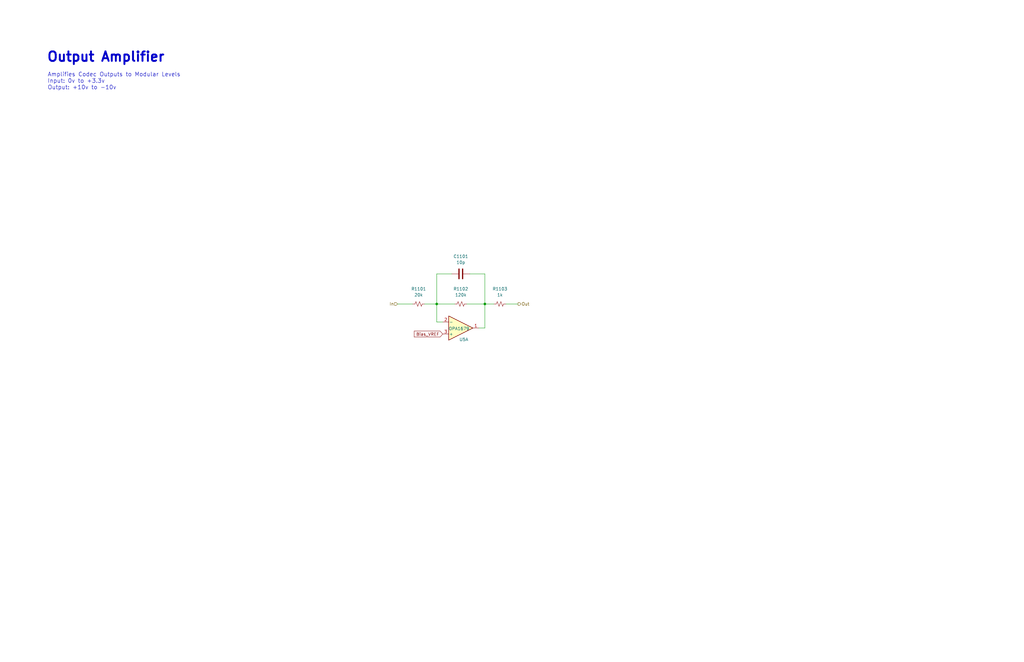
<source format=kicad_sch>
(kicad_sch (version 20231120) (generator "eeschema") (generator_version "8.0")
  (paper "USLedger")
  (title_block (company "Decapod Devices"))
  (lib_symbols
    (symbol "Decapod_Devices:R_Small_US" (pin_numbers hide) (pin_names (offset 0.254) hide)
      (property "Reference" "R" (at 0.762 0.508 0))
      (property "Value" "R_Small_US" (at 0.762 -1.016 0))
      (symbol "R_Small_US_1_1"
        (polyline (pts (xy 0 0) (xy 1.016 -0.381) (xy 0 -0.762) (xy -1.016 -1.143) (xy 0 -1.524)))
        (polyline (pts (xy 0 1.524) (xy 1.016 1.143) (xy 0 0.762) (xy -1.016 0.381) (xy 0 0)))
        (pin passive line (at 0 2.54 270) (length 1.016) (name "~") (number "1"))
        (pin passive line (at 0 -2.54 90) (length 1.016) (name "~") (number "2"))
      )
    )
    (symbol "Decapod_Devices:TL074" (pin_names (offset 0.127))
      (property "Reference" "U" (at 7.62 3.81 0))
      (property "Value" "TL074" (at -1.778 0 0))
      (symbol "TL074_1_1"
        (polyline (pts (xy -3.81 -5.08) (xy 6.35 0) (xy -3.81 5.08) (xy -3.81 -5.08)) (stroke (width 0.254)) (fill (type background)))
        (pin output line (at 8.89 0 180) (length 2.54) (name "~") (number "1"))
        (pin input line (at -6.35 2.54 0) (length 2.54) (name "-") (number "2"))
        (pin input line (at -6.35 -2.54 0) (length 2.54) (name "+") (number "3"))
      )
      (symbol "TL074_2_1"
        (polyline (pts (xy -3.81 -5.08) (xy 6.35 0) (xy -3.81 5.08) (xy -3.81 -5.08)) (stroke (width 0.254)) (fill (type background)))
        (pin input line (at -6.35 -2.54 0) (length 2.54) (name "+") (number "5"))
        (pin input line (at -6.35 2.54 0) (length 2.54) (name "-") (number "6"))
        (pin output line (at 8.89 0 180) (length 2.54) (name "~") (number "7"))
      )
      (symbol "TL074_3_1"
        (polyline (pts (xy -3.81 -5.08) (xy 6.35 0) (xy -3.81 5.08) (xy -3.81 -5.08)) (stroke (width 0.254)) (fill (type background)))
        (pin input line (at -6.35 -2.54 0) (length 2.54) (name "+") (number "10"))
        (pin output line (at 8.89 0 180) (length 2.54) (name "~") (number "8"))
        (pin input line (at -6.35 2.54 0) (length 2.54) (name "-") (number "9"))
      )
      (symbol "TL074_4_1"
        (polyline (pts (xy -3.81 -5.08) (xy 6.35 0) (xy -3.81 5.08) (xy -3.81 -5.08)) (stroke (width 0.254)) (fill (type background)))
        (pin input line (at -6.35 -2.54 0) (length 2.54) (name "+") (number "12"))
        (pin input line (at -6.35 2.54 0) (length 2.54) (name "-") (number "13"))
        (pin output line (at 8.89 0 180) (length 2.54) (name "~") (number "14"))
      )
      (symbol "TL074_5_1"
        (polyline (pts (xy -2.54 5.08) (xy 7.62 0) (xy -2.54 -5.08) (xy -2.54 5.08)) (stroke (width 0.254)) (fill (type background)))
        (pin power_in line (at 0 -7.62 90) (length 3.81) (name "V-") (number "11"))
        (pin power_in line (at 0 7.62 270) (length 3.81) (name "V+") (number "4"))
      )
    )
    (symbol "Device:C" (pin_numbers hide) (pin_names (offset 0.254))
      (property "Reference" "C" (at 0.635 2.54 0))
      (property "Value" "C" (at 0.635 -2.54 0))
      (symbol "C_0_1"
        (polyline (pts (xy -2.032 -0.762) (xy 2.032 -0.762)) (stroke (width 0.508)))
        (polyline (pts (xy -2.032 0.762) (xy 2.032 0.762)) (stroke (width 0.508)))
      )
      (symbol "C_1_1"
        (pin passive line (at 0 3.81 270) (length 2.794) (name "~") (number "1"))
        (pin passive line (at 0 -3.81 90) (length 2.794) (name "~") (number "2"))
      )
    )
  )
  (junction (at 204.47 128.27))
  (junction (at 184.15 128.27))
  (wire (pts (xy 204.47 115.57) (xy 198.12 115.57)))
  (wire (pts (xy 204.47 128.27) (xy 208.28 128.27)))
  (wire (pts (xy 204.47 138.43) (xy 204.47 128.27)))
  (wire (pts (xy 184.15 135.89) (xy 186.69 135.89)))
  (wire (pts (xy 184.15 115.57) (xy 184.15 128.27)))
  (wire (pts (xy 204.47 128.27) (xy 196.85 128.27)))
  (wire (pts (xy 179.07 128.27) (xy 184.15 128.27)))
  (wire (pts (xy 167.64 128.27) (xy 173.99 128.27)))
  (wire (pts (xy 204.47 128.27) (xy 204.47 115.57)))
  (wire (pts (xy 190.5 115.57) (xy 184.15 115.57)))
  (wire (pts (xy 184.15 128.27) (xy 191.77 128.27)))
  (wire (pts (xy 213.36 128.27) (xy 218.44 128.27)))
  (wire (pts (xy 184.15 128.27) (xy 184.15 135.89)))
  (wire (pts (xy 201.93 138.43) (xy 204.47 138.43)))
  (text "Amplifies Codec Outputs to Modular Levels\nInput: 0v to +3.3v\nOutput: +10v to -10v" (at 20.066 34.29 0) (effects (font (size 1.7 1.7)) (justify left)))
  (text "Output Amplifier" (at 19.558 24.13 0) (effects (font (size 4 4) (thickness 0.8) (bold yes)) (justify left)))
  (global_label "Bias_VREF" (shape input) (at 186.69 140.97 180) (property "Intersheetrefs" "${INTERSHEET_REFS}" (effects (hide yes))))
  (hierarchical_label "In" (shape input) (at 167.64 128.27 180))
  (hierarchical_label "Out" (shape output) (at 218.44 128.27 0))
  (symbol (lib_id "Decapod_Devices:R_Small_US") (at 210.82 128.27 90) (unit 1)
    (property "Reference" "R1103" (at 210.82 121.92 90))
    (property "Value" "1k" (at 210.82 124.46 90))
    (property "Footprint" "winterbloom:R_0603_HandSolder" (effects (hide yes)))
    (property "Description" "Resistor, small US symbol" (effects (hide yes)))
    (property "Rating" "100mW/1%/Thin" (effects (hide yes)))
    (instances (project "Loom_AK4619" (path "" (reference "R1103") (unit 1)) (path "" (reference "R1803") (unit 1)) (path "" (reference "R1603") (unit 1)) (path "" (reference "R1303") (unit 1)) (path "" (reference "R1203") (unit 1)) (path "" (reference "R1703") (unit 1)) (path "" (reference "R1503") (unit 1)) (path "" (reference "R1403") (unit 1))))
  )
  (symbol (lib_id "Decapod_Devices:TL074") (at 193.04 138.43 0) (unit 1)
    (property "Reference" "U5" (at 195.58 143.256 0))
    (property "Value" "OPA1679" (at 193.548 138.684 0))
    (property "Footprint" "Package_SO:TSSOP-14_4.4x5mm_P0.65mm" (effects (hide yes)))
    (property "Description" "Low-Power, Quad-Operational Amplifiers, TSSOP-14" (effects (hide yes)))
    (property "MPN" "OPA1679" (effects (hide yes)))
    (instances (project "" (path "" (reference "U5") (unit 1)) (path "" (reference "U6") (unit 4)) (path "" (reference "U6") (unit 2)) (path "" (reference "U5") (unit 3)) (path "" (reference "U5") (unit 2)) (path "" (reference "U6") (unit 3)) (path "" (reference "U6") (unit 1)) (path "" (reference "U5") (unit 4))))
  )
  (symbol (lib_id "Decapod_Devices:R_Small_US") (at 194.31 128.27 90) (unit 1)
    (property "Reference" "R1102" (at 194.31 121.92 90))
    (property "Value" "120k" (at 194.31 124.46 90))
    (property "Footprint" "winterbloom:R_0603_HandSolder" (effects (hide yes)))
    (property "Description" "Resistor, small US symbol" (effects (hide yes)))
    (property "Rating" "100mW/1%/Thin" (effects (hide yes)))
    (instances (project "Loom_AK4619" (path "" (reference "R1102") (unit 1)) (path "" (reference "R1802") (unit 1)) (path "" (reference "R1602") (unit 1)) (path "" (reference "R1302") (unit 1)) (path "" (reference "R1202") (unit 1)) (path "" (reference "R1702") (unit 1)) (path "" (reference "R1502") (unit 1)) (path "" (reference "R1402") (unit 1))))
  )
  (symbol (lib_id "Device:C") (at 194.31 115.57 270) (unit 1)
    (property "Reference" "C1101" (at 194.31 108.204 90))
    (property "Value" "10p" (at 194.31 110.744 90))
    (property "Footprint" "winterbloom:C_0603_HandSolder" (effects (hide yes)))
    (property "LCSC" "C1634" (effects (hide yes)))
    (instances (project "Loom_AK4619" (path "" (reference "C1101") (unit 1)) (path "" (reference "C1801") (unit 1)) (path "" (reference "C1601") (unit 1)) (path "" (reference "C1301") (unit 1)) (path "" (reference "C1201") (unit 1)) (path "" (reference "C1701") (unit 1)) (path "" (reference "C1501") (unit 1)) (path "" (reference "C1401") (unit 1))))
  )
  (symbol (lib_id "Decapod_Devices:R_Small_US") (at 176.53 128.27 90) (unit 1)
    (property "Reference" "R1101" (at 176.53 121.92 90))
    (property "Value" "20k" (at 176.53 124.46 90))
    (property "Footprint" "winterbloom:R_0603_HandSolder" (effects (hide yes)))
    (property "Description" "Resistor, small US symbol" (effects (hide yes)))
    (property "Rating" "100mW/1%/Thin" (effects (hide yes)))
    (instances (project "Loom_AK4619" (path "" (reference "R1101") (unit 1)) (path "" (reference "R1801") (unit 1)) (path "" (reference "R1601") (unit 1)) (path "" (reference "R1301") (unit 1)) (path "" (reference "R1201") (unit 1)) (path "" (reference "R1701") (unit 1)) (path "" (reference "R1501") (unit 1)) (path "" (reference "R1401") (unit 1))))
  )
)
</source>
